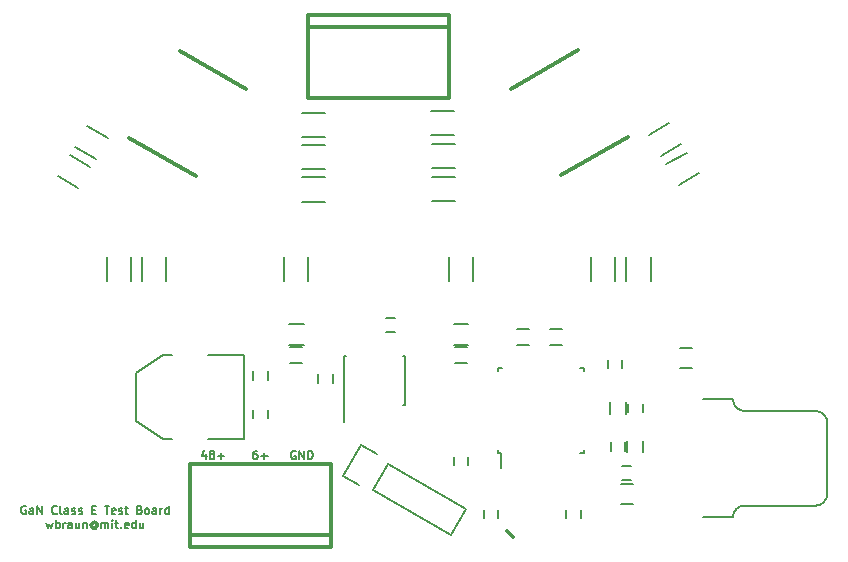
<source format=gto>
G04 #@! TF.FileFunction,Legend,Top*
%FSLAX46Y46*%
G04 Gerber Fmt 4.6, Leading zero omitted, Abs format (unit mm)*
G04 Created by KiCad (PCBNEW 4.0.4+e1-6308~48~ubuntu14.04.1-stable) date Sun Nov 27 15:14:10 2016*
%MOMM*%
%LPD*%
G01*
G04 APERTURE LIST*
%ADD10C,0.100000*%
%ADD11C,0.150000*%
%ADD12C,0.300000*%
G04 APERTURE END LIST*
D10*
D11*
X151966667Y-87400000D02*
X151900001Y-87366667D01*
X151800001Y-87366667D01*
X151700001Y-87400000D01*
X151633334Y-87466667D01*
X151600001Y-87533333D01*
X151566667Y-87666667D01*
X151566667Y-87766667D01*
X151600001Y-87900000D01*
X151633334Y-87966667D01*
X151700001Y-88033333D01*
X151800001Y-88066667D01*
X151866667Y-88066667D01*
X151966667Y-88033333D01*
X152000001Y-88000000D01*
X152000001Y-87766667D01*
X151866667Y-87766667D01*
X152300001Y-88066667D02*
X152300001Y-87366667D01*
X152700001Y-88066667D01*
X152700001Y-87366667D01*
X153033334Y-88066667D02*
X153033334Y-87366667D01*
X153200000Y-87366667D01*
X153300000Y-87400000D01*
X153366667Y-87466667D01*
X153400000Y-87533333D01*
X153433334Y-87666667D01*
X153433334Y-87766667D01*
X153400000Y-87900000D01*
X153366667Y-87966667D01*
X153300000Y-88033333D01*
X153200000Y-88066667D01*
X153033334Y-88066667D01*
X148700000Y-87366667D02*
X148566666Y-87366667D01*
X148500000Y-87400000D01*
X148466666Y-87433333D01*
X148400000Y-87533333D01*
X148366666Y-87666667D01*
X148366666Y-87933333D01*
X148400000Y-88000000D01*
X148433333Y-88033333D01*
X148500000Y-88066667D01*
X148633333Y-88066667D01*
X148700000Y-88033333D01*
X148733333Y-88000000D01*
X148766666Y-87933333D01*
X148766666Y-87766667D01*
X148733333Y-87700000D01*
X148700000Y-87666667D01*
X148633333Y-87633333D01*
X148500000Y-87633333D01*
X148433333Y-87666667D01*
X148400000Y-87700000D01*
X148366666Y-87766667D01*
X149066667Y-87800000D02*
X149600000Y-87800000D01*
X149333333Y-88066667D02*
X149333333Y-87533333D01*
X144366667Y-87600000D02*
X144366667Y-88066667D01*
X144200000Y-87333333D02*
X144033333Y-87833333D01*
X144466667Y-87833333D01*
X144833334Y-87666667D02*
X144766667Y-87633333D01*
X144733334Y-87600000D01*
X144700000Y-87533333D01*
X144700000Y-87500000D01*
X144733334Y-87433333D01*
X144766667Y-87400000D01*
X144833334Y-87366667D01*
X144966667Y-87366667D01*
X145033334Y-87400000D01*
X145066667Y-87433333D01*
X145100000Y-87500000D01*
X145100000Y-87533333D01*
X145066667Y-87600000D01*
X145033334Y-87633333D01*
X144966667Y-87666667D01*
X144833334Y-87666667D01*
X144766667Y-87700000D01*
X144733334Y-87733333D01*
X144700000Y-87800000D01*
X144700000Y-87933333D01*
X144733334Y-88000000D01*
X144766667Y-88033333D01*
X144833334Y-88066667D01*
X144966667Y-88066667D01*
X145033334Y-88033333D01*
X145066667Y-88000000D01*
X145100000Y-87933333D01*
X145100000Y-87800000D01*
X145066667Y-87733333D01*
X145033334Y-87700000D01*
X144966667Y-87666667D01*
X145400001Y-87800000D02*
X145933334Y-87800000D01*
X145666667Y-88066667D02*
X145666667Y-87533333D01*
X129133335Y-92050000D02*
X129066669Y-92016667D01*
X128966669Y-92016667D01*
X128866669Y-92050000D01*
X128800002Y-92116667D01*
X128766669Y-92183333D01*
X128733335Y-92316667D01*
X128733335Y-92416667D01*
X128766669Y-92550000D01*
X128800002Y-92616667D01*
X128866669Y-92683333D01*
X128966669Y-92716667D01*
X129033335Y-92716667D01*
X129133335Y-92683333D01*
X129166669Y-92650000D01*
X129166669Y-92416667D01*
X129033335Y-92416667D01*
X129766669Y-92716667D02*
X129766669Y-92350000D01*
X129733335Y-92283333D01*
X129666669Y-92250000D01*
X129533335Y-92250000D01*
X129466669Y-92283333D01*
X129766669Y-92683333D02*
X129700002Y-92716667D01*
X129533335Y-92716667D01*
X129466669Y-92683333D01*
X129433335Y-92616667D01*
X129433335Y-92550000D01*
X129466669Y-92483333D01*
X129533335Y-92450000D01*
X129700002Y-92450000D01*
X129766669Y-92416667D01*
X130100002Y-92716667D02*
X130100002Y-92016667D01*
X130500002Y-92716667D01*
X130500002Y-92016667D01*
X131766668Y-92650000D02*
X131733334Y-92683333D01*
X131633334Y-92716667D01*
X131566668Y-92716667D01*
X131466668Y-92683333D01*
X131400001Y-92616667D01*
X131366668Y-92550000D01*
X131333334Y-92416667D01*
X131333334Y-92316667D01*
X131366668Y-92183333D01*
X131400001Y-92116667D01*
X131466668Y-92050000D01*
X131566668Y-92016667D01*
X131633334Y-92016667D01*
X131733334Y-92050000D01*
X131766668Y-92083333D01*
X132166668Y-92716667D02*
X132100001Y-92683333D01*
X132066668Y-92616667D01*
X132066668Y-92016667D01*
X132733335Y-92716667D02*
X132733335Y-92350000D01*
X132700001Y-92283333D01*
X132633335Y-92250000D01*
X132500001Y-92250000D01*
X132433335Y-92283333D01*
X132733335Y-92683333D02*
X132666668Y-92716667D01*
X132500001Y-92716667D01*
X132433335Y-92683333D01*
X132400001Y-92616667D01*
X132400001Y-92550000D01*
X132433335Y-92483333D01*
X132500001Y-92450000D01*
X132666668Y-92450000D01*
X132733335Y-92416667D01*
X133033334Y-92683333D02*
X133100001Y-92716667D01*
X133233334Y-92716667D01*
X133300001Y-92683333D01*
X133333334Y-92616667D01*
X133333334Y-92583333D01*
X133300001Y-92516667D01*
X133233334Y-92483333D01*
X133133334Y-92483333D01*
X133066668Y-92450000D01*
X133033334Y-92383333D01*
X133033334Y-92350000D01*
X133066668Y-92283333D01*
X133133334Y-92250000D01*
X133233334Y-92250000D01*
X133300001Y-92283333D01*
X133600001Y-92683333D02*
X133666668Y-92716667D01*
X133800001Y-92716667D01*
X133866668Y-92683333D01*
X133900001Y-92616667D01*
X133900001Y-92583333D01*
X133866668Y-92516667D01*
X133800001Y-92483333D01*
X133700001Y-92483333D01*
X133633335Y-92450000D01*
X133600001Y-92383333D01*
X133600001Y-92350000D01*
X133633335Y-92283333D01*
X133700001Y-92250000D01*
X133800001Y-92250000D01*
X133866668Y-92283333D01*
X134733335Y-92350000D02*
X134966668Y-92350000D01*
X135066668Y-92716667D02*
X134733335Y-92716667D01*
X134733335Y-92016667D01*
X135066668Y-92016667D01*
X135800001Y-92016667D02*
X136200001Y-92016667D01*
X136000001Y-92716667D02*
X136000001Y-92016667D01*
X136700000Y-92683333D02*
X136633334Y-92716667D01*
X136500000Y-92716667D01*
X136433334Y-92683333D01*
X136400000Y-92616667D01*
X136400000Y-92350000D01*
X136433334Y-92283333D01*
X136500000Y-92250000D01*
X136633334Y-92250000D01*
X136700000Y-92283333D01*
X136733334Y-92350000D01*
X136733334Y-92416667D01*
X136400000Y-92483333D01*
X137000000Y-92683333D02*
X137066667Y-92716667D01*
X137200000Y-92716667D01*
X137266667Y-92683333D01*
X137300000Y-92616667D01*
X137300000Y-92583333D01*
X137266667Y-92516667D01*
X137200000Y-92483333D01*
X137100000Y-92483333D01*
X137033334Y-92450000D01*
X137000000Y-92383333D01*
X137000000Y-92350000D01*
X137033334Y-92283333D01*
X137100000Y-92250000D01*
X137200000Y-92250000D01*
X137266667Y-92283333D01*
X137500001Y-92250000D02*
X137766667Y-92250000D01*
X137600001Y-92016667D02*
X137600001Y-92616667D01*
X137633334Y-92683333D01*
X137700001Y-92716667D01*
X137766667Y-92716667D01*
X138766667Y-92350000D02*
X138866667Y-92383333D01*
X138900000Y-92416667D01*
X138933334Y-92483333D01*
X138933334Y-92583333D01*
X138900000Y-92650000D01*
X138866667Y-92683333D01*
X138800000Y-92716667D01*
X138533334Y-92716667D01*
X138533334Y-92016667D01*
X138766667Y-92016667D01*
X138833334Y-92050000D01*
X138866667Y-92083333D01*
X138900000Y-92150000D01*
X138900000Y-92216667D01*
X138866667Y-92283333D01*
X138833334Y-92316667D01*
X138766667Y-92350000D01*
X138533334Y-92350000D01*
X139333334Y-92716667D02*
X139266667Y-92683333D01*
X139233334Y-92650000D01*
X139200000Y-92583333D01*
X139200000Y-92383333D01*
X139233334Y-92316667D01*
X139266667Y-92283333D01*
X139333334Y-92250000D01*
X139433334Y-92250000D01*
X139500000Y-92283333D01*
X139533334Y-92316667D01*
X139566667Y-92383333D01*
X139566667Y-92583333D01*
X139533334Y-92650000D01*
X139500000Y-92683333D01*
X139433334Y-92716667D01*
X139333334Y-92716667D01*
X140166667Y-92716667D02*
X140166667Y-92350000D01*
X140133333Y-92283333D01*
X140066667Y-92250000D01*
X139933333Y-92250000D01*
X139866667Y-92283333D01*
X140166667Y-92683333D02*
X140100000Y-92716667D01*
X139933333Y-92716667D01*
X139866667Y-92683333D01*
X139833333Y-92616667D01*
X139833333Y-92550000D01*
X139866667Y-92483333D01*
X139933333Y-92450000D01*
X140100000Y-92450000D01*
X140166667Y-92416667D01*
X140500000Y-92716667D02*
X140500000Y-92250000D01*
X140500000Y-92383333D02*
X140533333Y-92316667D01*
X140566666Y-92283333D01*
X140633333Y-92250000D01*
X140700000Y-92250000D01*
X141233333Y-92716667D02*
X141233333Y-92016667D01*
X141233333Y-92683333D02*
X141166666Y-92716667D01*
X141033333Y-92716667D01*
X140966666Y-92683333D01*
X140933333Y-92650000D01*
X140899999Y-92583333D01*
X140899999Y-92383333D01*
X140933333Y-92316667D01*
X140966666Y-92283333D01*
X141033333Y-92250000D01*
X141166666Y-92250000D01*
X141233333Y-92283333D01*
X130866669Y-93450000D02*
X131000002Y-93916667D01*
X131133336Y-93583333D01*
X131266669Y-93916667D01*
X131400002Y-93450000D01*
X131666669Y-93916667D02*
X131666669Y-93216667D01*
X131666669Y-93483333D02*
X131733335Y-93450000D01*
X131866669Y-93450000D01*
X131933335Y-93483333D01*
X131966669Y-93516667D01*
X132000002Y-93583333D01*
X132000002Y-93783333D01*
X131966669Y-93850000D01*
X131933335Y-93883333D01*
X131866669Y-93916667D01*
X131733335Y-93916667D01*
X131666669Y-93883333D01*
X132300002Y-93916667D02*
X132300002Y-93450000D01*
X132300002Y-93583333D02*
X132333335Y-93516667D01*
X132366668Y-93483333D01*
X132433335Y-93450000D01*
X132500002Y-93450000D01*
X133033335Y-93916667D02*
X133033335Y-93550000D01*
X133000001Y-93483333D01*
X132933335Y-93450000D01*
X132800001Y-93450000D01*
X132733335Y-93483333D01*
X133033335Y-93883333D02*
X132966668Y-93916667D01*
X132800001Y-93916667D01*
X132733335Y-93883333D01*
X132700001Y-93816667D01*
X132700001Y-93750000D01*
X132733335Y-93683333D01*
X132800001Y-93650000D01*
X132966668Y-93650000D01*
X133033335Y-93616667D01*
X133666668Y-93450000D02*
X133666668Y-93916667D01*
X133366668Y-93450000D02*
X133366668Y-93816667D01*
X133400001Y-93883333D01*
X133466668Y-93916667D01*
X133566668Y-93916667D01*
X133633334Y-93883333D01*
X133666668Y-93850000D01*
X134000001Y-93450000D02*
X134000001Y-93916667D01*
X134000001Y-93516667D02*
X134033334Y-93483333D01*
X134100001Y-93450000D01*
X134200001Y-93450000D01*
X134266667Y-93483333D01*
X134300001Y-93550000D01*
X134300001Y-93916667D01*
X135066667Y-93583333D02*
X135033334Y-93550000D01*
X134966667Y-93516667D01*
X134900000Y-93516667D01*
X134833334Y-93550000D01*
X134800000Y-93583333D01*
X134766667Y-93650000D01*
X134766667Y-93716667D01*
X134800000Y-93783333D01*
X134833334Y-93816667D01*
X134900000Y-93850000D01*
X134966667Y-93850000D01*
X135033334Y-93816667D01*
X135066667Y-93783333D01*
X135066667Y-93516667D02*
X135066667Y-93783333D01*
X135100000Y-93816667D01*
X135133334Y-93816667D01*
X135200000Y-93783333D01*
X135233334Y-93716667D01*
X135233334Y-93550000D01*
X135166667Y-93450000D01*
X135066667Y-93383333D01*
X134933334Y-93350000D01*
X134800000Y-93383333D01*
X134700000Y-93450000D01*
X134633334Y-93550000D01*
X134600000Y-93683333D01*
X134633334Y-93816667D01*
X134700000Y-93916667D01*
X134800000Y-93983333D01*
X134933334Y-94016667D01*
X135066667Y-93983333D01*
X135166667Y-93916667D01*
X135533334Y-93916667D02*
X135533334Y-93450000D01*
X135533334Y-93516667D02*
X135566667Y-93483333D01*
X135633334Y-93450000D01*
X135733334Y-93450000D01*
X135800000Y-93483333D01*
X135833334Y-93550000D01*
X135833334Y-93916667D01*
X135833334Y-93550000D02*
X135866667Y-93483333D01*
X135933334Y-93450000D01*
X136033334Y-93450000D01*
X136100000Y-93483333D01*
X136133334Y-93550000D01*
X136133334Y-93916667D01*
X136466667Y-93916667D02*
X136466667Y-93450000D01*
X136466667Y-93216667D02*
X136433333Y-93250000D01*
X136466667Y-93283333D01*
X136500000Y-93250000D01*
X136466667Y-93216667D01*
X136466667Y-93283333D01*
X136700000Y-93450000D02*
X136966666Y-93450000D01*
X136800000Y-93216667D02*
X136800000Y-93816667D01*
X136833333Y-93883333D01*
X136900000Y-93916667D01*
X136966666Y-93916667D01*
X137200000Y-93850000D02*
X137233333Y-93883333D01*
X137200000Y-93916667D01*
X137166666Y-93883333D01*
X137200000Y-93850000D01*
X137200000Y-93916667D01*
X137799999Y-93883333D02*
X137733333Y-93916667D01*
X137599999Y-93916667D01*
X137533333Y-93883333D01*
X137499999Y-93816667D01*
X137499999Y-93550000D01*
X137533333Y-93483333D01*
X137599999Y-93450000D01*
X137733333Y-93450000D01*
X137799999Y-93483333D01*
X137833333Y-93550000D01*
X137833333Y-93616667D01*
X137499999Y-93683333D01*
X138433333Y-93916667D02*
X138433333Y-93216667D01*
X138433333Y-93883333D02*
X138366666Y-93916667D01*
X138233333Y-93916667D01*
X138166666Y-93883333D01*
X138133333Y-93850000D01*
X138099999Y-93783333D01*
X138099999Y-93583333D01*
X138133333Y-93516667D01*
X138166666Y-93483333D01*
X138233333Y-93450000D01*
X138366666Y-93450000D01*
X138433333Y-93483333D01*
X139066666Y-93450000D02*
X139066666Y-93916667D01*
X138766666Y-93450000D02*
X138766666Y-93816667D01*
X138799999Y-93883333D01*
X138866666Y-93916667D01*
X138966666Y-93916667D01*
X139033332Y-93883333D01*
X139066666Y-93850000D01*
X136079487Y-60862324D02*
X134347437Y-59862324D01*
X133322437Y-61637676D02*
X135054487Y-62637676D01*
X138025000Y-73000000D02*
X138025000Y-71000000D01*
X135975000Y-71000000D02*
X135975000Y-73000000D01*
X141025000Y-73000000D02*
X141025000Y-71000000D01*
X138975000Y-71000000D02*
X138975000Y-73000000D01*
X134579487Y-63362324D02*
X132847437Y-62362324D01*
X131822437Y-64137676D02*
X133554487Y-65137676D01*
X153025000Y-73000000D02*
X153025000Y-71000000D01*
X150975000Y-71000000D02*
X150975000Y-73000000D01*
X154500000Y-64225000D02*
X152500000Y-64225000D01*
X152500000Y-66275000D02*
X154500000Y-66275000D01*
X152500000Y-63525000D02*
X154500000Y-63525000D01*
X154500000Y-61475000D02*
X152500000Y-61475000D01*
X182025000Y-73000000D02*
X182025000Y-71000000D01*
X179975000Y-71000000D02*
X179975000Y-73000000D01*
X179025000Y-73000000D02*
X179025000Y-71000000D01*
X176975000Y-71000000D02*
X176975000Y-73000000D01*
X167025000Y-73000000D02*
X167025000Y-71000000D01*
X164975000Y-71000000D02*
X164975000Y-73000000D01*
X163500000Y-66225000D02*
X165500000Y-66225000D01*
X165500000Y-64175000D02*
X163500000Y-64175000D01*
X165500000Y-61375000D02*
X163500000Y-61375000D01*
X163500000Y-63425000D02*
X165500000Y-63425000D01*
D12*
X143000000Y-94500000D02*
X155000000Y-94500000D01*
X155000000Y-95500000D02*
X143000000Y-95500000D01*
X143000000Y-95500000D02*
X143000000Y-88500000D01*
X143000000Y-88500000D02*
X155000000Y-88500000D01*
X155000000Y-88500000D02*
X155000000Y-95500000D01*
X165000000Y-51500000D02*
X153000000Y-51500000D01*
X153000000Y-50500000D02*
X165000000Y-50500000D01*
X165000000Y-50500000D02*
X165000000Y-57500000D01*
X165000000Y-57500000D02*
X153000000Y-57500000D01*
X153000000Y-57500000D02*
X153000000Y-50500000D01*
D11*
X152650000Y-78375000D02*
X151450000Y-78375000D01*
X151450000Y-76625000D02*
X152650000Y-76625000D01*
X165400000Y-76625000D02*
X166600000Y-76625000D01*
X166600000Y-78375000D02*
X165400000Y-78375000D01*
X169125000Y-87575000D02*
X169350000Y-87575000D01*
X169125000Y-80325000D02*
X169425000Y-80325000D01*
X176375000Y-80325000D02*
X176075000Y-80325000D01*
X176375000Y-87575000D02*
X176075000Y-87575000D01*
X169125000Y-87575000D02*
X169125000Y-87275000D01*
X176375000Y-87575000D02*
X176375000Y-87275000D01*
X176375000Y-80325000D02*
X176375000Y-80625000D01*
X169125000Y-80325000D02*
X169125000Y-80625000D01*
X169350000Y-87575000D02*
X169350000Y-88800000D01*
X144544871Y-86366213D02*
X147592871Y-86366213D01*
X147592871Y-86366213D02*
X147592871Y-79254213D01*
X147592871Y-79254213D02*
X144544871Y-79254213D01*
X141496871Y-86366213D02*
X140734871Y-86366213D01*
X140734871Y-86366213D02*
X138448871Y-84842213D01*
X138448871Y-84842213D02*
X138448871Y-80778213D01*
X138448871Y-80778213D02*
X140734871Y-79254213D01*
X140734871Y-79254213D02*
X141496871Y-79254213D01*
X156060000Y-83487500D02*
X156110000Y-83487500D01*
X156060000Y-79337500D02*
X156205000Y-79337500D01*
X161210000Y-79337500D02*
X161065000Y-79337500D01*
X161210000Y-83487500D02*
X161065000Y-83487500D01*
X156060000Y-83487500D02*
X156060000Y-79337500D01*
X161210000Y-83487500D02*
X161210000Y-79337500D01*
X156110000Y-83487500D02*
X156110000Y-84887500D01*
X158565443Y-90694852D02*
X165164557Y-94504852D01*
X159835443Y-88495148D02*
X166434557Y-92305148D01*
X157533252Y-86842661D02*
X158875591Y-87617661D01*
X165164557Y-94504852D02*
X166434557Y-92305148D01*
X159835443Y-88495148D02*
X158565443Y-90694852D01*
X157325591Y-90302339D02*
X155983252Y-89527339D01*
X155983252Y-89527339D02*
X157533252Y-86842661D01*
D12*
X169850000Y-94150000D02*
X170350000Y-94650000D01*
D11*
X167900000Y-93100000D02*
X167900000Y-92400000D01*
X169100000Y-92400000D02*
X169100000Y-93100000D01*
X176100000Y-92400000D02*
X176100000Y-93100000D01*
X174900000Y-93100000D02*
X174900000Y-92400000D01*
X179600000Y-79650000D02*
X179600000Y-80350000D01*
X178400000Y-80350000D02*
X178400000Y-79650000D01*
X165400000Y-88600000D02*
X165400000Y-87900000D01*
X166600000Y-87900000D02*
X166600000Y-88600000D01*
X155100000Y-80900000D02*
X155100000Y-81600000D01*
X153900000Y-81600000D02*
X153900000Y-80900000D01*
X159650000Y-76150000D02*
X160350000Y-76150000D01*
X160350000Y-77350000D02*
X159650000Y-77350000D01*
X184396475Y-64887676D02*
X186128525Y-63887676D01*
X185103525Y-62112324D02*
X183371475Y-63112324D01*
X182896475Y-62387676D02*
X184628525Y-61387676D01*
X183603525Y-59612324D02*
X181871475Y-60612324D01*
X180350000Y-89850000D02*
X179650000Y-89850000D01*
X179650000Y-88650000D02*
X180350000Y-88650000D01*
X178650000Y-87350000D02*
X178650000Y-86650000D01*
X179850000Y-86650000D02*
X179850000Y-87350000D01*
X180150000Y-84100000D02*
X180150000Y-83400000D01*
X181350000Y-83400000D02*
X181350000Y-84100000D01*
X179500000Y-91850000D02*
X180500000Y-91850000D01*
X180500000Y-90150000D02*
X179500000Y-90150000D01*
X185500000Y-78650000D02*
X184500000Y-78650000D01*
X184500000Y-80350000D02*
X185500000Y-80350000D01*
X197000000Y-85000000D02*
X197000000Y-91000000D01*
X197000000Y-85000000D02*
G75*
G03X196000000Y-84000000I-1000000J0D01*
G01*
X196000000Y-92000000D02*
G75*
G03X197000000Y-91000000I0J1000000D01*
G01*
X190000000Y-92000000D02*
X196000000Y-92000000D01*
X190000000Y-84000000D02*
X196000000Y-84000000D01*
X190000000Y-92000000D02*
G75*
G03X189000000Y-93000000I0J-1000000D01*
G01*
X189000000Y-83000000D02*
G75*
G03X190000000Y-84000000I1000000J0D01*
G01*
X186500000Y-83000000D02*
X189000000Y-83000000D01*
X186500000Y-93000000D02*
X189000000Y-93000000D01*
X181425000Y-86500000D02*
X181425000Y-87500000D01*
X180075000Y-87500000D02*
X180075000Y-86500000D01*
X179925000Y-83250000D02*
X179925000Y-84250000D01*
X178575000Y-84250000D02*
X178575000Y-83250000D01*
X151500000Y-78575000D02*
X152500000Y-78575000D01*
X152500000Y-79925000D02*
X151500000Y-79925000D01*
X166500000Y-79925000D02*
X165500000Y-79925000D01*
X165500000Y-78575000D02*
X166500000Y-78575000D01*
X174500000Y-78425000D02*
X173500000Y-78425000D01*
X173500000Y-77075000D02*
X174500000Y-77075000D01*
X170750000Y-77075000D02*
X171750000Y-77075000D01*
X171750000Y-78425000D02*
X170750000Y-78425000D01*
X149600000Y-80650000D02*
X149600000Y-81350000D01*
X148400000Y-81350000D02*
X148400000Y-80650000D01*
X149600000Y-83900000D02*
X149600000Y-84600000D01*
X148400000Y-84600000D02*
X148400000Y-83900000D01*
D12*
X147785894Y-56741665D02*
X142156729Y-53491665D01*
X143535894Y-64102881D02*
X137906729Y-60852881D01*
X174464106Y-64055608D02*
X180093271Y-60805608D01*
X170214106Y-56694392D02*
X175843271Y-53444392D01*
D11*
X154500000Y-58775000D02*
X152500000Y-58775000D01*
X152500000Y-60825000D02*
X154500000Y-60825000D01*
X163400000Y-60625000D02*
X165400000Y-60625000D01*
X165400000Y-58575000D02*
X163400000Y-58575000D01*
M02*

</source>
